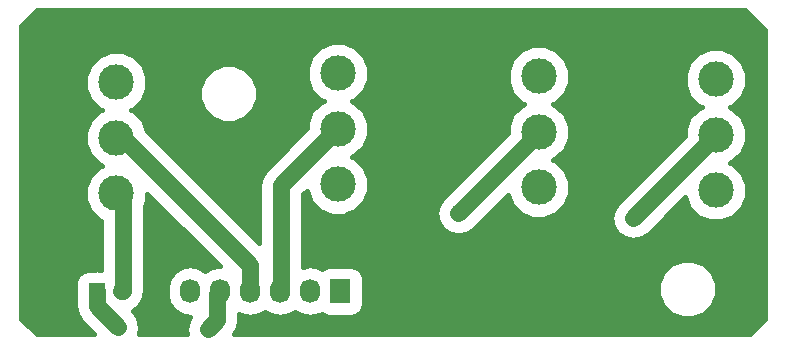
<source format=gbr>
G04 #@! TF.FileFunction,Copper,L1,Top,Signal*
%FSLAX46Y46*%
G04 Gerber Fmt 4.6, Leading zero omitted, Abs format (unit mm)*
G04 Created by KiCad (PCBNEW 4.0.0-rc2-stable) date 5-5-2016 15:22:10*
%MOMM*%
G01*
G04 APERTURE LIST*
%ADD10C,0.100000*%
%ADD11R,1.350000X1.350000*%
%ADD12C,1.350000*%
%ADD13C,2.997200*%
%ADD14R,1.727200X2.032000*%
%ADD15O,1.727200X2.032000*%
%ADD16C,0.900000*%
%ADD17C,1.450000*%
%ADD18C,0.454000*%
G04 APERTURE END LIST*
D10*
D11*
X21600000Y-38000000D03*
D12*
X23600000Y-38000000D03*
D13*
X23250000Y-29699000D03*
X23250000Y-25000000D03*
X23250000Y-20301000D03*
X42000000Y-28949000D03*
X42000000Y-24250000D03*
X42000000Y-19551000D03*
X74000000Y-29449000D03*
X74000000Y-24750000D03*
X74000000Y-20051000D03*
X59000000Y-29199000D03*
X59000000Y-24500000D03*
X59000000Y-19801000D03*
D14*
X42200000Y-38000000D03*
D15*
X39660000Y-38000000D03*
X37120000Y-38000000D03*
X34580000Y-38000000D03*
X32040000Y-38000000D03*
X29500000Y-38000000D03*
D16*
X52200000Y-31400000D03*
X67000000Y-31800000D03*
X31000000Y-41200000D03*
X23400000Y-41000000D03*
D17*
X59000000Y-24500000D02*
X59000000Y-24600000D01*
X59000000Y-24600000D02*
X52200000Y-31400000D01*
X74000000Y-24750000D02*
X74000000Y-24800000D01*
X74000000Y-24800000D02*
X67000000Y-31800000D01*
X42000000Y-24250000D02*
X42000000Y-24200000D01*
X42000000Y-24200000D02*
X37200000Y-29000000D01*
X37200000Y-29000000D02*
X37200000Y-38000000D01*
X37200000Y-38000000D02*
X37120000Y-38000000D01*
X23250000Y-25000000D02*
X23800000Y-25000000D01*
X23800000Y-25000000D02*
X34600000Y-35800000D01*
X34600000Y-35800000D02*
X34600000Y-38000000D01*
X34600000Y-38000000D02*
X34580000Y-38000000D01*
X32040000Y-38000000D02*
X32000000Y-38000000D01*
X32000000Y-38000000D02*
X31800000Y-38200000D01*
X31800000Y-38200000D02*
X31800000Y-40400000D01*
X31800000Y-40400000D02*
X31000000Y-41200000D01*
X23400000Y-41000000D02*
X21600000Y-39200000D01*
X21600000Y-39200000D02*
X21600000Y-38000000D01*
X23250000Y-29699000D02*
X23200000Y-29600000D01*
X23200000Y-29600000D02*
X23800000Y-30200000D01*
X23800000Y-30200000D02*
X23800000Y-38000000D01*
X23800000Y-38000000D02*
X23600000Y-38000000D01*
X73750000Y-29199000D02*
X74000000Y-29449000D01*
D18*
G36*
X78190000Y-15901198D02*
X78190000Y-40298802D01*
X76898802Y-41590000D01*
X33198888Y-41590000D01*
X33518416Y-41111791D01*
X33660001Y-40400000D01*
X33660000Y-40399995D01*
X33660000Y-39937326D01*
X33815169Y-40041007D01*
X34580000Y-40193141D01*
X35344831Y-40041007D01*
X35850000Y-39703464D01*
X36355169Y-40041007D01*
X37120000Y-40193141D01*
X37884831Y-40041007D01*
X38390000Y-39703464D01*
X38895169Y-40041007D01*
X39660000Y-40193141D01*
X40424831Y-40041007D01*
X40627699Y-39905455D01*
X40886171Y-40082061D01*
X41336400Y-40173235D01*
X43063600Y-40173235D01*
X43484206Y-40094093D01*
X43870506Y-39845515D01*
X44129661Y-39466229D01*
X44220835Y-39016000D01*
X44220835Y-38292128D01*
X69114570Y-38292128D01*
X69492091Y-39205800D01*
X70190523Y-39905452D01*
X71103534Y-40284568D01*
X72092128Y-40285430D01*
X73005800Y-39907909D01*
X73705452Y-39209477D01*
X74084568Y-38296466D01*
X74085430Y-37307872D01*
X73707909Y-36394200D01*
X73009477Y-35694548D01*
X72096466Y-35315432D01*
X71107872Y-35314570D01*
X70194200Y-35692091D01*
X69494548Y-36390523D01*
X69115432Y-37303534D01*
X69114570Y-38292128D01*
X44220835Y-38292128D01*
X44220835Y-36984000D01*
X44141693Y-36563394D01*
X43893115Y-36177094D01*
X43513829Y-35917939D01*
X43063600Y-35826765D01*
X41336400Y-35826765D01*
X40915794Y-35905907D01*
X40625219Y-36092888D01*
X40424831Y-35958993D01*
X39660000Y-35806859D01*
X39060000Y-35926206D01*
X39060000Y-29770438D01*
X39365949Y-29464489D01*
X39365944Y-29470557D01*
X39766041Y-30438865D01*
X40506238Y-31180355D01*
X41473846Y-31582142D01*
X42521557Y-31583056D01*
X42964586Y-31400000D01*
X50339999Y-31400000D01*
X50481584Y-32111791D01*
X50884781Y-32715219D01*
X51488209Y-33118416D01*
X52200000Y-33260001D01*
X52911791Y-33118416D01*
X53515219Y-32715219D01*
X56408028Y-29822409D01*
X56766041Y-30688865D01*
X57506238Y-31430355D01*
X58473846Y-31832142D01*
X59521557Y-31833056D01*
X59601558Y-31800000D01*
X65139999Y-31800000D01*
X65281584Y-32511791D01*
X65684781Y-33115219D01*
X66288209Y-33518416D01*
X67000000Y-33660001D01*
X67711791Y-33518416D01*
X68315219Y-33115219D01*
X71393409Y-30037029D01*
X71766041Y-30938865D01*
X72506238Y-31680355D01*
X73473846Y-32082142D01*
X74521557Y-32083056D01*
X75489865Y-31682959D01*
X76231355Y-30942762D01*
X76633142Y-29975154D01*
X76634056Y-28927443D01*
X76233959Y-27959135D01*
X75493762Y-27217645D01*
X75209735Y-27099706D01*
X75489865Y-26983959D01*
X76231355Y-26243762D01*
X76633142Y-25276154D01*
X76634056Y-24228443D01*
X76233959Y-23260135D01*
X75493762Y-22518645D01*
X75209735Y-22400706D01*
X75489865Y-22284959D01*
X76231355Y-21544762D01*
X76633142Y-20577154D01*
X76634056Y-19529443D01*
X76233959Y-18561135D01*
X75493762Y-17819645D01*
X74526154Y-17417858D01*
X73478443Y-17416944D01*
X72510135Y-17817041D01*
X71768645Y-18557238D01*
X71366858Y-19524846D01*
X71365944Y-20572557D01*
X71766041Y-21540865D01*
X72506238Y-22282355D01*
X72790265Y-22400294D01*
X72510135Y-22516041D01*
X71768645Y-23256238D01*
X71366858Y-24223846D01*
X71366353Y-24803209D01*
X65684781Y-30484781D01*
X65281584Y-31088209D01*
X65139999Y-31800000D01*
X59601558Y-31800000D01*
X60489865Y-31432959D01*
X61231355Y-30692762D01*
X61633142Y-29725154D01*
X61634056Y-28677443D01*
X61233959Y-27709135D01*
X60493762Y-26967645D01*
X60209735Y-26849706D01*
X60489865Y-26733959D01*
X61231355Y-25993762D01*
X61633142Y-25026154D01*
X61634056Y-23978443D01*
X61233959Y-23010135D01*
X60493762Y-22268645D01*
X60209735Y-22150706D01*
X60489865Y-22034959D01*
X61231355Y-21294762D01*
X61633142Y-20327154D01*
X61634056Y-19279443D01*
X61233959Y-18311135D01*
X60493762Y-17569645D01*
X59526154Y-17167858D01*
X58478443Y-17166944D01*
X57510135Y-17567041D01*
X56768645Y-18307238D01*
X56366858Y-19274846D01*
X56365944Y-20322557D01*
X56766041Y-21290865D01*
X57506238Y-22032355D01*
X57790265Y-22150294D01*
X57510135Y-22266041D01*
X56768645Y-23006238D01*
X56366858Y-23973846D01*
X56366309Y-24603254D01*
X50884781Y-30084781D01*
X50481584Y-30688209D01*
X50339999Y-31400000D01*
X42964586Y-31400000D01*
X43489865Y-31182959D01*
X44231355Y-30442762D01*
X44633142Y-29475154D01*
X44634056Y-28427443D01*
X44233959Y-27459135D01*
X43493762Y-26717645D01*
X43209735Y-26599706D01*
X43489865Y-26483959D01*
X44231355Y-25743762D01*
X44633142Y-24776154D01*
X44634056Y-23728443D01*
X44233959Y-22760135D01*
X43493762Y-22018645D01*
X43209735Y-21900706D01*
X43489865Y-21784959D01*
X44231355Y-21044762D01*
X44633142Y-20077154D01*
X44634056Y-19029443D01*
X44233959Y-18061135D01*
X43493762Y-17319645D01*
X42526154Y-16917858D01*
X41478443Y-16916944D01*
X40510135Y-17317041D01*
X39768645Y-18057238D01*
X39366858Y-19024846D01*
X39365944Y-20072557D01*
X39766041Y-21040865D01*
X40506238Y-21782355D01*
X40790265Y-21900294D01*
X40510135Y-22016041D01*
X39768645Y-22756238D01*
X39366858Y-23723846D01*
X39366440Y-24203122D01*
X35884781Y-27684781D01*
X35481584Y-28288209D01*
X35339999Y-29000000D01*
X35340000Y-29000005D01*
X35340000Y-33909563D01*
X25866576Y-24436138D01*
X25483959Y-23510135D01*
X24743762Y-22768645D01*
X24459735Y-22650706D01*
X24739865Y-22534959D01*
X25481355Y-21794762D01*
X25503210Y-21742128D01*
X30264570Y-21742128D01*
X30642091Y-22655800D01*
X31340523Y-23355452D01*
X32253534Y-23734568D01*
X33242128Y-23735430D01*
X34155800Y-23357909D01*
X34855452Y-22659477D01*
X35234568Y-21746466D01*
X35235430Y-20757872D01*
X34857909Y-19844200D01*
X34159477Y-19144548D01*
X33246466Y-18765432D01*
X32257872Y-18764570D01*
X31344200Y-19142091D01*
X30644548Y-19840523D01*
X30265432Y-20753534D01*
X30264570Y-21742128D01*
X25503210Y-21742128D01*
X25883142Y-20827154D01*
X25884056Y-19779443D01*
X25483959Y-18811135D01*
X24743762Y-18069645D01*
X23776154Y-17667858D01*
X22728443Y-17666944D01*
X21760135Y-18067041D01*
X21018645Y-18807238D01*
X20616858Y-19774846D01*
X20615944Y-20822557D01*
X21016041Y-21790865D01*
X21756238Y-22532355D01*
X22040265Y-22650294D01*
X21760135Y-22766041D01*
X21018645Y-23506238D01*
X20616858Y-24473846D01*
X20615944Y-25521557D01*
X21016041Y-26489865D01*
X21756238Y-27231355D01*
X22040265Y-27349294D01*
X21760135Y-27465041D01*
X21018645Y-28205238D01*
X20616858Y-29172846D01*
X20615944Y-30220557D01*
X21016041Y-31188865D01*
X21756238Y-31930355D01*
X21940000Y-32006660D01*
X21940000Y-36167765D01*
X21739584Y-36167765D01*
X21600000Y-36140000D01*
X21460416Y-36167765D01*
X20925000Y-36167765D01*
X20504394Y-36246907D01*
X20118094Y-36495485D01*
X19858939Y-36874771D01*
X19767765Y-37325000D01*
X19767765Y-37860416D01*
X19740000Y-38000000D01*
X19740000Y-39199995D01*
X19739999Y-39200000D01*
X19881584Y-39911791D01*
X20284781Y-40515219D01*
X21359563Y-41590000D01*
X16501198Y-41590000D01*
X15210000Y-40298802D01*
X15210000Y-15501198D01*
X16501198Y-14210000D01*
X76498802Y-14210000D01*
X78190000Y-15901198D01*
X78190000Y-15901198D01*
G37*
X78190000Y-15901198D02*
X78190000Y-40298802D01*
X76898802Y-41590000D01*
X33198888Y-41590000D01*
X33518416Y-41111791D01*
X33660001Y-40400000D01*
X33660000Y-40399995D01*
X33660000Y-39937326D01*
X33815169Y-40041007D01*
X34580000Y-40193141D01*
X35344831Y-40041007D01*
X35850000Y-39703464D01*
X36355169Y-40041007D01*
X37120000Y-40193141D01*
X37884831Y-40041007D01*
X38390000Y-39703464D01*
X38895169Y-40041007D01*
X39660000Y-40193141D01*
X40424831Y-40041007D01*
X40627699Y-39905455D01*
X40886171Y-40082061D01*
X41336400Y-40173235D01*
X43063600Y-40173235D01*
X43484206Y-40094093D01*
X43870506Y-39845515D01*
X44129661Y-39466229D01*
X44220835Y-39016000D01*
X44220835Y-38292128D01*
X69114570Y-38292128D01*
X69492091Y-39205800D01*
X70190523Y-39905452D01*
X71103534Y-40284568D01*
X72092128Y-40285430D01*
X73005800Y-39907909D01*
X73705452Y-39209477D01*
X74084568Y-38296466D01*
X74085430Y-37307872D01*
X73707909Y-36394200D01*
X73009477Y-35694548D01*
X72096466Y-35315432D01*
X71107872Y-35314570D01*
X70194200Y-35692091D01*
X69494548Y-36390523D01*
X69115432Y-37303534D01*
X69114570Y-38292128D01*
X44220835Y-38292128D01*
X44220835Y-36984000D01*
X44141693Y-36563394D01*
X43893115Y-36177094D01*
X43513829Y-35917939D01*
X43063600Y-35826765D01*
X41336400Y-35826765D01*
X40915794Y-35905907D01*
X40625219Y-36092888D01*
X40424831Y-35958993D01*
X39660000Y-35806859D01*
X39060000Y-35926206D01*
X39060000Y-29770438D01*
X39365949Y-29464489D01*
X39365944Y-29470557D01*
X39766041Y-30438865D01*
X40506238Y-31180355D01*
X41473846Y-31582142D01*
X42521557Y-31583056D01*
X42964586Y-31400000D01*
X50339999Y-31400000D01*
X50481584Y-32111791D01*
X50884781Y-32715219D01*
X51488209Y-33118416D01*
X52200000Y-33260001D01*
X52911791Y-33118416D01*
X53515219Y-32715219D01*
X56408028Y-29822409D01*
X56766041Y-30688865D01*
X57506238Y-31430355D01*
X58473846Y-31832142D01*
X59521557Y-31833056D01*
X59601558Y-31800000D01*
X65139999Y-31800000D01*
X65281584Y-32511791D01*
X65684781Y-33115219D01*
X66288209Y-33518416D01*
X67000000Y-33660001D01*
X67711791Y-33518416D01*
X68315219Y-33115219D01*
X71393409Y-30037029D01*
X71766041Y-30938865D01*
X72506238Y-31680355D01*
X73473846Y-32082142D01*
X74521557Y-32083056D01*
X75489865Y-31682959D01*
X76231355Y-30942762D01*
X76633142Y-29975154D01*
X76634056Y-28927443D01*
X76233959Y-27959135D01*
X75493762Y-27217645D01*
X75209735Y-27099706D01*
X75489865Y-26983959D01*
X76231355Y-26243762D01*
X76633142Y-25276154D01*
X76634056Y-24228443D01*
X76233959Y-23260135D01*
X75493762Y-22518645D01*
X75209735Y-22400706D01*
X75489865Y-22284959D01*
X76231355Y-21544762D01*
X76633142Y-20577154D01*
X76634056Y-19529443D01*
X76233959Y-18561135D01*
X75493762Y-17819645D01*
X74526154Y-17417858D01*
X73478443Y-17416944D01*
X72510135Y-17817041D01*
X71768645Y-18557238D01*
X71366858Y-19524846D01*
X71365944Y-20572557D01*
X71766041Y-21540865D01*
X72506238Y-22282355D01*
X72790265Y-22400294D01*
X72510135Y-22516041D01*
X71768645Y-23256238D01*
X71366858Y-24223846D01*
X71366353Y-24803209D01*
X65684781Y-30484781D01*
X65281584Y-31088209D01*
X65139999Y-31800000D01*
X59601558Y-31800000D01*
X60489865Y-31432959D01*
X61231355Y-30692762D01*
X61633142Y-29725154D01*
X61634056Y-28677443D01*
X61233959Y-27709135D01*
X60493762Y-26967645D01*
X60209735Y-26849706D01*
X60489865Y-26733959D01*
X61231355Y-25993762D01*
X61633142Y-25026154D01*
X61634056Y-23978443D01*
X61233959Y-23010135D01*
X60493762Y-22268645D01*
X60209735Y-22150706D01*
X60489865Y-22034959D01*
X61231355Y-21294762D01*
X61633142Y-20327154D01*
X61634056Y-19279443D01*
X61233959Y-18311135D01*
X60493762Y-17569645D01*
X59526154Y-17167858D01*
X58478443Y-17166944D01*
X57510135Y-17567041D01*
X56768645Y-18307238D01*
X56366858Y-19274846D01*
X56365944Y-20322557D01*
X56766041Y-21290865D01*
X57506238Y-22032355D01*
X57790265Y-22150294D01*
X57510135Y-22266041D01*
X56768645Y-23006238D01*
X56366858Y-23973846D01*
X56366309Y-24603254D01*
X50884781Y-30084781D01*
X50481584Y-30688209D01*
X50339999Y-31400000D01*
X42964586Y-31400000D01*
X43489865Y-31182959D01*
X44231355Y-30442762D01*
X44633142Y-29475154D01*
X44634056Y-28427443D01*
X44233959Y-27459135D01*
X43493762Y-26717645D01*
X43209735Y-26599706D01*
X43489865Y-26483959D01*
X44231355Y-25743762D01*
X44633142Y-24776154D01*
X44634056Y-23728443D01*
X44233959Y-22760135D01*
X43493762Y-22018645D01*
X43209735Y-21900706D01*
X43489865Y-21784959D01*
X44231355Y-21044762D01*
X44633142Y-20077154D01*
X44634056Y-19029443D01*
X44233959Y-18061135D01*
X43493762Y-17319645D01*
X42526154Y-16917858D01*
X41478443Y-16916944D01*
X40510135Y-17317041D01*
X39768645Y-18057238D01*
X39366858Y-19024846D01*
X39365944Y-20072557D01*
X39766041Y-21040865D01*
X40506238Y-21782355D01*
X40790265Y-21900294D01*
X40510135Y-22016041D01*
X39768645Y-22756238D01*
X39366858Y-23723846D01*
X39366440Y-24203122D01*
X35884781Y-27684781D01*
X35481584Y-28288209D01*
X35339999Y-29000000D01*
X35340000Y-29000005D01*
X35340000Y-33909563D01*
X25866576Y-24436138D01*
X25483959Y-23510135D01*
X24743762Y-22768645D01*
X24459735Y-22650706D01*
X24739865Y-22534959D01*
X25481355Y-21794762D01*
X25503210Y-21742128D01*
X30264570Y-21742128D01*
X30642091Y-22655800D01*
X31340523Y-23355452D01*
X32253534Y-23734568D01*
X33242128Y-23735430D01*
X34155800Y-23357909D01*
X34855452Y-22659477D01*
X35234568Y-21746466D01*
X35235430Y-20757872D01*
X34857909Y-19844200D01*
X34159477Y-19144548D01*
X33246466Y-18765432D01*
X32257872Y-18764570D01*
X31344200Y-19142091D01*
X30644548Y-19840523D01*
X30265432Y-20753534D01*
X30264570Y-21742128D01*
X25503210Y-21742128D01*
X25883142Y-20827154D01*
X25884056Y-19779443D01*
X25483959Y-18811135D01*
X24743762Y-18069645D01*
X23776154Y-17667858D01*
X22728443Y-17666944D01*
X21760135Y-18067041D01*
X21018645Y-18807238D01*
X20616858Y-19774846D01*
X20615944Y-20822557D01*
X21016041Y-21790865D01*
X21756238Y-22532355D01*
X22040265Y-22650294D01*
X21760135Y-22766041D01*
X21018645Y-23506238D01*
X20616858Y-24473846D01*
X20615944Y-25521557D01*
X21016041Y-26489865D01*
X21756238Y-27231355D01*
X22040265Y-27349294D01*
X21760135Y-27465041D01*
X21018645Y-28205238D01*
X20616858Y-29172846D01*
X20615944Y-30220557D01*
X21016041Y-31188865D01*
X21756238Y-31930355D01*
X21940000Y-32006660D01*
X21940000Y-36167765D01*
X21739584Y-36167765D01*
X21600000Y-36140000D01*
X21460416Y-36167765D01*
X20925000Y-36167765D01*
X20504394Y-36246907D01*
X20118094Y-36495485D01*
X19858939Y-36874771D01*
X19767765Y-37325000D01*
X19767765Y-37860416D01*
X19740000Y-38000000D01*
X19740000Y-39199995D01*
X19739999Y-39200000D01*
X19881584Y-39911791D01*
X20284781Y-40515219D01*
X21359563Y-41590000D01*
X16501198Y-41590000D01*
X15210000Y-40298802D01*
X15210000Y-15501198D01*
X16501198Y-14210000D01*
X76498802Y-14210000D01*
X78190000Y-15901198D01*
G36*
X31986970Y-35817407D02*
X31275169Y-35958993D01*
X30770000Y-36296536D01*
X30264831Y-35958993D01*
X29500000Y-35806859D01*
X28735169Y-35958993D01*
X28086776Y-36392235D01*
X27653534Y-37040628D01*
X27501400Y-37805459D01*
X27501400Y-38194541D01*
X27653534Y-38959372D01*
X28086776Y-39607765D01*
X28735169Y-40041007D01*
X29481236Y-40189409D01*
X29281584Y-40488209D01*
X29139999Y-41200000D01*
X29217575Y-41590000D01*
X25142642Y-41590000D01*
X25260000Y-41000000D01*
X25118416Y-40288208D01*
X24715218Y-39684781D01*
X24653899Y-39623462D01*
X25115219Y-39315219D01*
X25518416Y-38711791D01*
X25660000Y-38000000D01*
X25660000Y-30762538D01*
X25883142Y-30225154D01*
X25883588Y-29714026D01*
X31986970Y-35817407D01*
X31986970Y-35817407D01*
G37*
X31986970Y-35817407D02*
X31275169Y-35958993D01*
X30770000Y-36296536D01*
X30264831Y-35958993D01*
X29500000Y-35806859D01*
X28735169Y-35958993D01*
X28086776Y-36392235D01*
X27653534Y-37040628D01*
X27501400Y-37805459D01*
X27501400Y-38194541D01*
X27653534Y-38959372D01*
X28086776Y-39607765D01*
X28735169Y-40041007D01*
X29481236Y-40189409D01*
X29281584Y-40488209D01*
X29139999Y-41200000D01*
X29217575Y-41590000D01*
X25142642Y-41590000D01*
X25260000Y-41000000D01*
X25118416Y-40288208D01*
X24715218Y-39684781D01*
X24653899Y-39623462D01*
X25115219Y-39315219D01*
X25518416Y-38711791D01*
X25660000Y-38000000D01*
X25660000Y-30762538D01*
X25883142Y-30225154D01*
X25883588Y-29714026D01*
X31986970Y-35817407D01*
M02*

</source>
